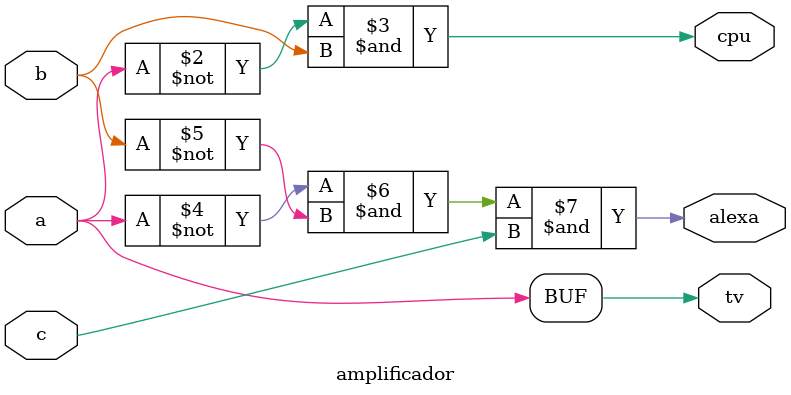
<source format=v>
module amplificador(a,b,c,tv,cpu,alexa);
    input a,b,c;
    output reg tv,cpu,alexa;

    always @ (a or b or c) begin

    tv = a;
    cpu = ~a & b;
    alexa = ~a & ~b & c;
    end

endmodule
</source>
